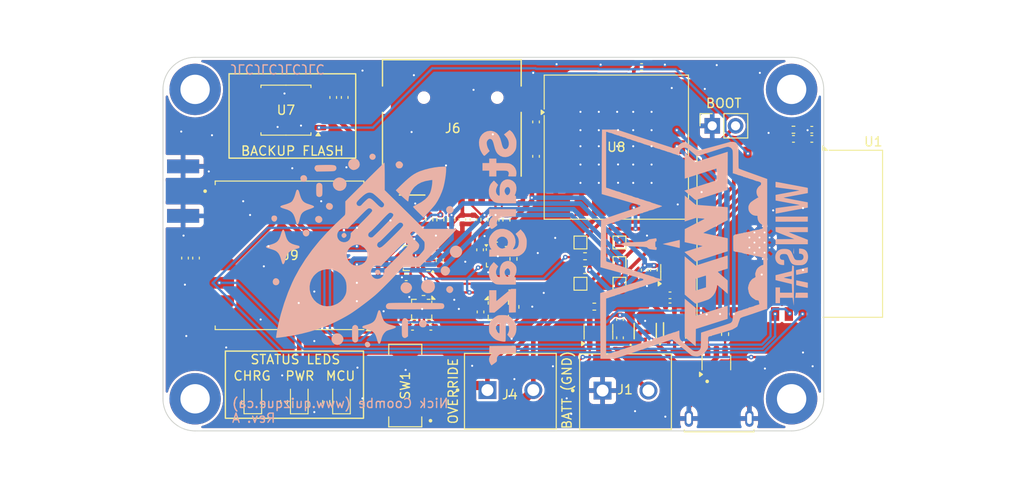
<source format=kicad_pcb>
(kicad_pcb (version 20240108) (generator "pcbnew") (generator_version "8.0")
  (layers (0 "F.Cu" signal) (31 "B.Cu" signal) (34 "B.Paste" user) (35 "F.Paste" user) (36 "B.SilkS" user "B.Silkscreen") (37 "F.SilkS" user "F.Silkscreen") (38 "B.Mask" user) (39 "F.Mask" user) (44 "Edge.Cuts" user))
  (net 0 "")
  (net 1 "GND")
  (net 2 "+3V3")
  (net 3 "VBUS")
  (net 4 "+BATT")
  (net 5 "CHIP_EN")
  (net 6 "VDC")
  (net 7 "Net-(U12-C1)")
  (net 8 "Net-(D1-K)")
  (net 9 "BATT_STAT")
  (net 10 "Net-(D2-K)")
  (net 11 "Net-(D4-K)")
  (net 12 "LED_STATUS")
  (net 14 "/Power Mangement And MCU/USB_N")
  (net 15 "/Power Mangement And MCU/USB_P")
  (net 16 "SCL")
  (net 17 "VMUX")
  (net 18 "Net-(J5-In)")
  (net 19 "Net-(J6-DAT1)")
  (net 20 "MOSI")
  (net 21 "CS_SD")
  (net 22 "MISO")
  (net 23 "SCK")
  (net 24 "Net-(J6-DAT2)")
  (net 25 "Net-(U2-PROG)")
  (net 26 "Net-(R3-Pad2)")
  (net 27 "JTAG_USB_P")
  (net 28 "Net-(R4-Pad2)")
  (net 29 "JTAG_USB_N")
  (net 30 "SDA")
  (net 33 "CS_FLASH")
  (net 34 "CS_LORA")
  (net 35 "RXD_GPS")
  (net 36 "TXD_GPS")
  (net 37 "LORA_RST")
  (net 38 "INT_LORA")
  (net 60 "Net-(U10-SA0)")
  (net 61 "Net-(U11-SDO{slash}ADDR)")
  (net 62 "Net-(U12-SDO{slash}SA1)")
  (net 63 "Net-(U13-SDO{slash}SA0)")
  (footprint "RF_Module:ESP32-C3-WROOM-02" (layer "F.Cu") (at 174.21 93.55 -90)
    (property "Reference" "U1")
    (property "Value" "ESP32-C3-WROOM-02")
  )
  (footprint "Resistor_SMD:R_0402_1005Metric" (layer "F.Cu") (at 155 96)
    (property "Reference" "R6" (hide yes))
    (property "Value" "3k3")
  )
  (footprint "1935161:PHOENIX_1935161" (layer "F.Cu") (at 141.8625 114.85)
    (property "Reference" "J4")
    (property "Value" "1935161")
  )
  (footprint "RF_Module:HOPERF_RFM9XW_SMD" (layer "F.Cu") (at 122.8 95.9 180)
    (property "Reference" "U9")
    (property "Value" "RFM95W-868S2")
  )
  (footprint "Capacitor_SMD:C_0402_1005Metric" (layer "F.Cu") (at 112.61 96.2 90)
    (property "Reference" "C16" (hide yes))
    (property "Value" "100n")
  )
  (footprint "Capacitor_SMD:C_0402_1005Metric" (layer "F.Cu") (at 145.35 94.1)
    (property "Reference" "C18" (hide yes))
    (property "Value" "100n")
  )
  (footprint "Resistor_SMD:R_0402_1005Metric" (layer "F.Cu") (at 139.1625 96.45 -90)
    (property "Reference" "R19" (hide yes))
    (property "Value" "0")
  )
  (footprint "MountingHole:MountingHole_3.2mm_M3_DIN965_Pad" (layer "F.Cu") (at 112.51 111.55)
    (property "Reference" "H2" (hide yes))
    (property "Value" "MountingHole")
  )
  (footprint "Resistor_SMD:R_0402_1005Metric" (layer "F.Cu") (at 170.26 104.4955 -90)
    (property "Reference" "R3" (hide yes))
    (property "Value" "0")
  )
  (footprint "Capacitor_SMD:C_0402_1005Metric" (layer "F.Cu") (at 136.2 103.7)
    (property "Reference" "C22" (hide yes))
    (property "Value" "100n")
  )
  (footprint "Resistor_SMD:R_0402_1005Metric" (layer "F.Cu") (at 147.2 96.2875 90)
    (property "Reference" "R18" (hide yes))
    (property "Value" "0")
  )
  (footprint "Capacitor_SMD:C_0402_1005Metric" (layer "F.Cu") (at 161.5 97.5 -90)
    (property "Reference" "C9" (hide yes))
    (property "Value" "10u")
  )
  (footprint "Resistor_SMD:R_0402_1005Metric" (layer "F.Cu") (at 138.0347 92 -90)
    (property "Reference" "R16" (hide yes))
    (property "Value" "4k7")
  )
  (footprint "Package_TO_SOT_SMD:SOT-23-6" (layer "F.Cu") (at 169.31 107.5875 90)
    (property "Reference" "U3" (hide yes))
    (property "Value" "USBLC6-2SC6")
  )
  (footprint "TestPoint:TestPoint_Pad_1.0x1.0mm" (layer "F.Cu") (at 158.75 96.75 180)
    (property "Reference" "TP3" (hide yes))
    (property "Value" "SPI MISO")
  )
  (footprint "Resistor_SMD:R_0402_1005Metric" (layer "F.Cu") (at 144.0347 92.0168 -90)
    (property "Reference" "R13" (hide yes))
    (property "Value" "4k7")
  )
  (footprint "Capacitor_SMD:C_0402_1005Metric" (layer "F.Cu") (at 146.8025 100.05)
    (property "Reference" "C23" (hide yes))
    (property "Value" "1u")
  )
  (footprint "JS202011SCQN:SW_JS202011SCQN" (layer "F.Cu") (at 135.41 110.1 90)
    (property "Reference" "SW1")
    (property "Value" "JS202011SCQN")
  )
  (footprint "Resistor_SMD:R_0402_1005Metric" (layer "F.Cu") (at 117.2 111.9 90)
    (property "Reference" "R8" (hide yes))
    (property "Value" "470")
  )
  (footprint "LED_SMD:LED_0805_2012Metric" (layer "F.Cu") (at 128.46 111.5 90)
    (property "Reference" "D4" (hide yes))
    (property "Value" "SML-LX1206SRC-TR")
  )
  (footprint "Resistor_SMD:R_0402_1005Metric" (layer "F.Cu") (at 137.4 99.9)
    (property "Reference" "R9" (hide yes))
    (property "Value" "0")
  )
  (footprint "Package_LGA:LGA-12_2x2mm_P0.5mm" (layer "F.Cu") (at 137.2 101.8 -90)
    (property "Reference" "U11" (hide yes))
    (property "Value" "KX134")
  )
  (footprint "MountingHole:MountingHole_3.2mm_M3_DIN965_Pad" (layer "F.Cu") (at 177.51 111.55)
    (property "Reference" "H4" (hide yes))
    (property "Value" "MountingHole")
  )
  (footprint "Resistor_SMD:R_0402_1005Metric" (layer "F.Cu") (at 126.8 111.89 90)
    (property "Reference" "R10" (hide yes))
    (property "Value" "470")
  )
  (footprint "Capacitor_SMD:C_0402_1005Metric" (layer "F.Cu") (at 135.9125 94.1)
    (property "Reference" "C26" (hide yes))
    (property "Value" "100n")
  )
  (footprint "Package_TO_SOT_SMD:SOT-23-5" (layer "F.Cu") (at 156.46 104.2375 90)
    (property "Reference" "U2" (hide yes))
    (property "Value" "MCP73831-2-OT")
  )
  (footprint "Resistor_SMD:R_0402_1005Metric" (layer "F.Cu") (at 139.2347 92 -90)
    (property "Reference" "R15" (hide yes))
    (property "Value" "4k7")
  )
  (footprint "1935161:PHOENIX_1935161" (layer "F.Cu") (at 154.41 114.9)
    (property "Reference" "J1")
    (property "Value" "1935161")
  )
  (footprint "Capacitor_SMD:C_0402_1005Metric" (layer "F.Cu") (at 111.41 96.2 90)
    (property "Reference" "C15" (hide yes))
    (property "Value" "10u")
  )
  (footprint "TestPoint:TestPoint_Pad_1.0x1.0mm" (layer "F.Cu") (at 154.5 94.5 180)
    (property "Reference" "TP5" (hide yes))
    (property "Value" "I2C SCL")
  )
  (footprint "Package_SO:SOIC-8_5.23x5.23mm_P1.27mm" (layer "F.Cu") (at 122.41 80.065 180)
    (property "Reference" "U7")
    (property "Value" "W25Q128JVSIQ")
  )
  (footprint "Resistor_SMD:R_0402_1005Metric" (layer "F.Cu") (at 122.2 111.89 90)
    (property "Reference" "R7" (hide yes))
    (property "Value" "470")
  )
  (footprint "Capacitor_SMD:C_0402_1005Metric" (layer "F.Cu") (at 158.81 102.9 -90)
    (property "Reference" "C3" (hide yes))
    (property "Value" "10u")
  )
  (footprint "Capacitor_SMD:C_0402_1005Metric" (layer "F.Cu") (at 135.5125 98.3 180)
    (property "Reference" "C24" (hide yes))
    (property "Value" "100n")
  )
  (footprint "Capacitor_SMD:C_0402_1005Metric" (layer "F.Cu") (at 128.81 78.68 90)
    (property "Reference" "C14" (hide yes))
    (property "Value" "100n")
  )
  (footprint "Package_LGA:LGA-14_3x2.5mm_P0.5mm_LayoutBorder3x4y" (layer "F.Cu") (at 136.8 96.2 180)
    (property "Reference" "U13" (hide yes))
    (property "Value" "LSM6DSO")
  )
  (footprint "Capacitor_SMD:C_0402_1005Metric" (layer "F.Cu") (at 177.71 83.2 180)
    (property "Reference" "C5" (hide yes))
    (property "Value" "1u")
  )
  (footprint "Capacitor_SMD:C_0402_1005Metric" (layer "F.Cu") (at 158.81 104.9 90)
    (property "Reference" "C4" (hide yes))
    (property "Value" "10u")
  )
  (footprint "Capacitor_SMD:C_0402_1005Metric" (layer "F.Cu") (at 149.66 85.1 -90)
    (property "Reference" "C11" (hide yes))
    (property "Value" "1u")
  )
  (footprint "Capacitor_SMD:C_0402_1005Metric" (layer "F.Cu") (at 162.5 97.5 -90)
    (property "Reference" "C8" (hide yes))
    (property "Value" "10u")
  )
  (footprint "Capacitor_SMD:C_0402_1005Metric" (layer "F.Cu") (at 138.2 103.7 180)
    (property "Reference" "C20" (hide yes))
    (property "Value" "100n")
  )
  (footprint "Capacitor_SMD:C_0402_1005Metric" (layer "F.Cu") (at 143.5625 95.3 90)
    (property "Reference" "C21" (hide yes))
    (property "Value" "100n")
  )
  (footprint "MSD-1-A:CONN9_MSD-1_CUD" (layer "F.Cu") (at 140.4847 81.9451 180)
    (property "Reference" "J6")
    (property "Value" "MSD-1-A")
  )
  (footprint "LM66100DCKR:DCK6_TEX" (layer "F.Cu") (at 161.56 104.1633 90)
    (property "Reference" "U5" (hide yes))
    (property "Value" "LM66100DCKR")
  )
  (footprint "Resistor_SMD:R_0402_1005Metric" (layer "F.Cu") (at 156.01 101.5)
    (property "Reference" "R1" (hide yes))
    (property "Value" "2k8")
  )
  (footprint "LM66100DCKR:DCK6_TEX" (layer "F.Cu") (at 164.76 104.09 90)
    (property "Reference" "U4" (hide yes))
    (property "Value" "LM66100DCKR")
  )
  (footprint "Capacitor_SMD:C_0402_1005Metric" (layer "F.Cu") (at 141.6347 92 -90)
    (property "Reference" "C17" (hide yes))
    (property "Value" "10u")
  )
  (footprint "TestPoint:TestPoint_Pad_1.0x1.0mm" (layer "F.Cu") (at 158.75 94.5 180)
    (property "Reference" "TP2" (hide yes))
    (property "Value" "SPI MOSI")
  )
  (footprint "MountingHole:MountingHole_3.2mm_M3_DIN965_Pad" (layer "F.Cu") (at 177.51 77.8)
    (property "Reference" "H3" (hide yes))
    (property "Value" "MountingHole")
  )
  (footprint "Connector_PinSocket_2.54mm:PinSocket_1x02_P2.54mm_Vertical" (layer "F.Cu") (at 168.86 81.775 90)
    (property "Reference" "J3" (hide yes))
    (property "Value" "Conn_01x02_Pin")
  )
  (footprint "Capacitor_SMD:C_0402_1005Metric" (layer "F.Cu") (at 179.71 82.2 180)
    (property "Reference" "C1" (hide yes))
    (property "Value" "10u")
  )
  (footprint "CON-SMA-EDGE-S:RFSOLUTIONS_CON-SMA-EDGE-S" (layer "F.Cu") (at 111.2 88.9)
    (property "Reference" "J5" (hide yes))
    (property "Value" "CON-SMA-EDGE-S ")
  )
  (footprint "Capacitor_SMD:C_0402_1005Metric" (layer "F.Cu") (at 145.2125 103.725 180)
    (property "Reference" "C25" (hide yes))
    (property "Value" "100n")
  )
  (footprint "Package_TO_SOT_SMD:SOT-23-5" (layer "F.Cu") (at 164.81 97.7 90)
    (property "Reference" "U6" (hide yes))
    (property "Value" "AP2112K-3.3")
  )
  (footprint "RF_GPS:ublox_SAM-M8Q" (layer "F.Cu") (at 158.41 84.1)
    (property "Reference" "U8")
    (property "Value" "SAM-M10Q")
  )
  (footprint "TestPoint:TestPoint_Pad_1.0x1.0mm" (layer "F.Cu") (at 154.5 99 180)
    (property "Reference" "TP4" (hide yes))
    (property "Value" "I2C SDA")
  )
  (footprint "LED_SMD:LED_0805_2012Metric" (layer "F.Cu") (at 118.8 111.49 90)
    (property "Reference" "D2" (hide yes))
    (property "Value" "SML-LX1206SRC-TR" (hide yes))
  )
  (footprint "Capacitor_SMD:C_0402_1005Metric" (layer "F.Cu") (at 179.71 83.2 180)
    (property "Reference" "C2" (hide yes))
    (property "Value" "100n")
  )
  (footprint "Resistor_SMD:R_0402_1005Metric" (layer "F.Cu") (at 140.4347 92 -90)
    (property "Reference" "R14" (hide yes))
    (property "Value" "4k7")
  )
  (footprint "TestPoint:TestPoint_Pad_1.0x1.0mm" (layer "F.Cu") (at 158.75 99 180)
    (property "Reference" "TP1" (hide yes))
    (property "Value" "SPI CLK")
  )
  (footprint "Resistor_SMD:R_0402_1005Metric" (layer "F.Cu") (at 146.4347 92.0168 -90)
    (property "Reference" "R11" (hide yes))
    (property "Value" "4k7")
  )
  (footprint "Resistor_SMD:R_0402_1005Metric" (layer "F.Cu") (at 145.2347 92.0168 -90)
    (property "Reference" "R12" (hide yes))
    (property "Value" "4k7")
  )
  (footprint "Capacitor_SMD:C_0402_1005Metric" (layer "F.Cu") (at 164.26 100.2625)
    (property "Reference" "C6" (hide yes))
    (property "Value" "10u")
  )
  (footprint "Capacitor_SMD:C_0402_1005Metric" (layer "F.Cu") (at 164.26 101.4625)
    (property "Reference" "C7" (hide yes))
    (property "Value" "10u")
  )
  (footprint "Capacitor_SMD:C_0402_1005Metric" (layer "F.Cu") (at 127.56 78.68 90)
    (property "Reference" "C12" (hide yes))
    (property "Value" "10u")
  )
  (footprint "Capacitor_SMD:C_0402_1005Metric" (layer "F.Cu") (at 161.16 75.35)
    (property "Reference" "C13" (hide yes))
    (property "Value" "1u")
  )
  (footprint "Capacitor_SMD:C_0402_1005Metric" (layer "F.Cu") (at 143.6125 102.075 90)
    (property "Reference" "C27" (hide yes))
    (property "Value" "100n")
  )
  (footprint "Resistor_SMD:R_0402_1005Metric" (layer "F.Cu") (at 168.36 104.4955 -90)
    (property "Reference" "R4" (hide yes))
    (property "Value" "0")
  )
  (footprint "Resistor_SMD:R_0402_1005Metric" (layer "F.Cu") (at 177.71 82.2 180)
    (property "Reference" "R2" (hide yes))
    (property "Value" "10k")
  )
  (footprint "Package_LGA:LGA-12_2x2mm_P0.5mm" (layer "F.Cu") (at 145.55 101.8375)
    (property "Reference" "U12" (hide yes))
    (property "Value" "LIS3MDL")
  )
  (footprint "LED_SMD:LED_0805_2012Metric" (layer "F.Cu") (at 123.86 111.5 90)
    (property "Reference" "D1" (hide yes))
    (property "Value" "SML-LX1206SRC-TR")
  )
  (footprint "Resistor_SMD:R_0402_1005Metric" (layer "F.Cu") (at 147.4125 101.525 -90)
    (property "Reference" "R17" (hide yes))
    (property "Value" "0")
  )
  (footprint "Capacitor_SMD:C_0402_1005Metric" (layer "F.Cu") (at 142.8347 92 -90)
    (property "Reference" "C19" (hide yes))
    (property "Value" "100n")
  )
  (footprint "Package_LGA:ST_HLGA-10_2x2mm_P0.5mm_LayoutBorder3x2y" (layer "F.Cu") (at 145.3625 96.05)
    (property "Reference" "U10" (hide yes))
    (property "Value" "LPS22DF")
  )
  (footprint "Resistor_SMD:R_0402_1005Metric" (layer "F.Cu") (at 155 97.5)
    (property "Reference" "R5" (hide yes))
    (property "Value" "3k3")
  )
  (footprint "10118193-0001LF:AMPHENOL_10118193-0001LF" (layer "F.Cu") (at 169.61 113.7)
    (property "Reference" "J2" (hide yes))
    (property "Value" "10118193-0001LF")
  )
  (footprint "MountingHole:MountingHole_3.2mm_M3_DIN965_Pad" (layer "F.Cu") (at 112.51 77.8)
    (property "Reference" "H1" (hide yes))
    (property "Value" "MountingHole")
  )
  (footprint "Capacitor_SMD:C_0402_1005Metric" (layer "F.Cu") (at 149.66 81.35 90)
    (property "Reference" "C10" (hide yes))
    (property "Value" "1u")
  )
  (footprint "LOGO" (layer "B.Cu") (at 166.385947 94.675 -90)
    (property "Reference" "G***" (hide yes))
    (property "Value" "LOGO" (hide yes))
  )
  (footprint "LOGO" (layer "B.Cu") (at 177.5 94.675 -90)
    (property "Reference" "winsatlogo" (hide yes))
    (property "Value" "LOGO" (hide yes))
  )
  (footprint "LOGO" (layer "B.Cu") (at 134.25 94.675 -90)
    (property "Reference" "logo" (hide yes))
    (property "Value" "LOGO" (hide yes))
  )
  (gr_rect (start 115.81 106.3475) (end 130.86 113.6725) (stroke (width 0.15)) (fill none) (layer "F.SilkS"))
  (gr_rect (start 116.21 76.1) (end 130.01 85.3) (stroke (width 0.15)) (fill none) (layer "F.SilkS"))
  (gr_line (start 112.51 74.3) (end 177.51 74.3) (stroke (width 0.1)) (layer "Edge.Cuts"))
  (gr_arc (start 112.51 115.05) (mid 110.035125 114.024874) (end 109.01 111.55) (stroke (width 0.1)) (layer "Edge.Cuts"))
  (gr_arc (start 177.51 74.3) (mid 179.984874 75.325126) (end 181.01 77.8) (stroke (width 0.1)) (layer "Edge.Cuts"))
  (gr_arc (start 181.01 111.55) (mid 179.984874 114.024874) (end 177.51 115.05) (stroke (width 0.1)) (layer "Edge.Cuts"))
  (gr_line (start 181.01 77.8) (end 181.01 111.55) (stroke (width 0.1)) (layer "Edge.Cuts"))
  (gr_line (start 109.01 111.55) (end 109.01 77.8) (stroke (width 0.1)) (layer "Edge.Cuts"))
  (gr_line (start 177.51 115.05) (end 112.51 115.05) (stroke (width 0.1)) (layer "Edge.Cuts"))
  (gr_arc (start 109.01 77.8) (mid 110.035126 75.325126) (end 112.51 74.3) (stroke (width 0.1)) (layer "Edge.Cuts"))
  (gr_text "JLCJLCJLCJLC" (at 116.25 75 180) (layer "B.SilkS") (effects (font (size 1 1)) (justify left bottom mirror)))
  (gr_text "Nick Coombe (www.quizque.ca)\nRev. A" (at 116.44 114.24 0) (layer "B.SilkS") (effects (font (size 1 1)) (justify right bottom mirror)))
  (gr_text "STATUS LEDS" (at 118.46 107.8475 0) (layer "F.SilkS") (effects (font (size 1 1)) (justify left bottom)))
  (gr_text "BOOT" (at 170.11 79.9 0) (layer "F.SilkS") (effects (font (size 1 1)) (justify bottom)))
  (gr_text "PWR" (at 122.26 109.6475 0) (layer "F.SilkS") (effects (font (size 1 1)) (justify left bottom)))
  (gr_text "CHRG" (at 116.6 109.6375 0) (layer "F.SilkS") (effects (font (size 1 1)) (justify left bottom)))
  (gr_text "MCU\n" (at 126.66 109.6475 0) (layer "F.SilkS") (effects (font (size 1 1)) (justify left bottom)))
  (gr_text "OVERRIDE" (at 141.21 110.7 90) (layer "F.SilkS") (effects (font (size 1 1)) (justify bottom)))
  (gr_text "BATT (GND)" (at 153.6125 110.6 90) (layer "F.SilkS") (effects (font (size 1 1)) (justify bottom)))
  (gr_text "BACKUP FLASH" (at 123.11 85.1 0) (layer "F.SilkS") (effects (font (size 1 1)) (justify bottom)))
  (segment (start 137.150001 95.95) (end 136.8 95.599999) (width 0.25) (layer "F.Cu") (net 1))
  (segment (start 135.85 100.45) (end 135.85 100.9) (width 0.25) (layer "F.Cu") (net 1))
  (segment (start 137.9625 95.95) (end 137.9625 96.45) (width 0.25) (layer "F.Cu") (net 1))
  (segment (start 137.72 103.7) (end 137.45 103.43) (width 0.25) (layer "F.Cu") (net 1))
  (segment (start 136.4375 101.0375) (end 135.85 100.45) (width 0.25) (layer "F.Cu") (net 1))
  (segment (start 145.8625 95.2875) (end 145.8625 94.1325) (width 0.25) (layer "F.Cu") (net 1))
  (segment (start 137.9625 96.45) (end 141.8 96.45) (width 0.2) (layer "F.Cu") (net 1))
  (segment (start 164.81 100.1925) (end 164.74 100.2625) (width 0.25) (layer "F.Cu") (net 1))
  (segment (start 145.8625 94.1325) (end 145.83 94.1) (width 0.25) (layer "F.Cu") (net 1))
  (segment (start 144.8625 97.3375) (end 144.45 97.75) (width 0.25) (layer "F.Cu") (net 1))
  (segment (start 136.68 103.7) (end 136.95 103.43) (width 0.25) (layer "F.Cu") (net 1))
  (segment (start 145.175 101.5875) (end 144.7875 101.5875) (width 0.2) (layer "F.Cu") (net 1))
  (segment (start 144.8625 96.8125) (end 144.8625 97.3375) (width 0.25) (layer "F.Cu") (net 1))
  (segment (start 169.872501 107.5) (end 172 107.5) (width 0.5) (layer "F.Cu") (net 1))
  (segment (start 136.45 101.0375) (end 136.4375 101.0375) (width 0.25) (layer "F.Cu") (net 1))
  (segment (start 169.31 108.725) (end 169.31 108.062501) (width 0.5) (layer "F.Cu") (net 1))
  (segment (start 145.3 101.4625) (end 145.175 101.5875) (width 0.2) (layer "F.Cu") (net 1))
  (segment (start 144.7875 101.5875) (end 144.7875 102.0875) (width 0.2) (layer "F.Cu") (net 1))
  (segment (start 164.81 98.8375) (end 164.81 100.1925) (width 0.25) (layer "F.Cu") (net 1))
  (segment (start 137.4625 96.45) (end 137.9625 96.45) (width 0.25) (layer "F.Cu") (net 1))
  (segment (start 145.3625 95.2875) (end 145.8625 95.2875) (width 0.25) (layer "F.Cu") (net 1))
  (segment (start 164.74 100.2625) (end 164.74 101.4625) (width 0.25) (layer "F.Cu") (net 1))
  (segment (start 136.8 95.599999) (end 136.8 95.2875) (width 0.25) (layer "F.Cu") (net 1))
  (segment (start 145.3 101.075) (end 145.3 101.4625) (width 0.2) (layer "F.Cu") (net 1))
  (segment (start 141.8 96.45) (end 141.95 96.6) (width 0.2) (layer "F.Cu") (net 1))
  (segment (start 135.85 100.9) (end 135.75 101) (width 0.25) (layer "F.Cu") (net 1))
  (segment (start 136.95 102.5625) (end 137.45 102.5625) (width 0.25) (layer "F.Cu") (net 1))
  (segment (start 135.75 101) (end 135.75 102.25) (width 0.25) (layer "F.Cu") (net 1))
  (segment (start 137.9625 95.95) (end 137.150001 95.95) (width 0.25) (layer "F.Cu") (net 1))
  (segment (start 137.45 103.43) (end 137.45 102.5625) (width 0.25) (layer "F.Cu") (net 1))
  (segment (start 136.95 103.43) (end 136.95 102.5625) (width 0.25) (layer "F.Cu") (net 1))
  (segment (start 169.31 108.062501) (end 169.872501 107.5) (width 0.5) (layer "F.Cu") (net 1))
  (segment (start 136.3 95.2875) (end 137.4625 96.45) (width 0.25) (layer "F.Cu") (net 1))
  (via (at 149.25 101.5) (size 0.5) (drill 0.225) (layers "F.Cu" "B.Cu") (net 1))
  (via (at 161.55 103.05) (size 0.5) (drill 0.225) (layers "F.Cu" "B.Cu") (net 1))
  (via (at 156.5 80.25) (size 0.5) (drill 0.225) (layers "F.Cu" "B.Cu") (net 1))
  (via (at 156.5 84) (size 0.5) (drill 0.225) (layers "F.Cu" "B.Cu") (net 1))
  (via (at 175 82.55) (size 0.5) (drill 0.225) (layers "F.Cu" "B.Cu") (net 1))
  (via (at 164.45 77.65) (size 0.5) (drill 0.225) (layers "F.Cu" "B.Cu") (net 1))
  (via (at 120 97.1) (size 0.5) (drill 0.225) (layers "F.Cu" "B.Cu") (net 1))
  (via (at 122.25 78.25) (size 0.5) (drill 0.225) (layers "F.Cu" "B.Cu") (net 1))
  (via (at 142.7 107.95) (size 0.5) (drill 0.225) (layers "F.Cu" "B.Cu") (net 1))
  (via (at 154.5 84) (size 0.5) (drill 0.225) (layers "F.Cu" "B.Cu") (net 1))
  (via (at 179.8 108) (size 0.5) (drill 0.225) (layers "F.Cu" "B.Cu") (net 1))
  (via (at 174.25 98) (size 0.5) (drill 0.225) (layers "F.Cu" "B.Cu") (net 1))
  (via (at 133.05 102) (size 0.5) (drill 0.225) (layers "F.Cu" "B.Cu") (net 1))
  (via (at 163.75 113.5) (size 0.5) (drill 0.225) (layers "F.Cu" "B.Cu") (net 1))
  (via (at 158.599033 85.988164) (size 0.5) (drill 0.225) (layers "F.Cu" "B.Cu") (net 1))
  (via (at 156.5 82.25) (size 0.5) (drill 0.225) (layers "F.Cu" "B.Cu") (net 1))
  (via (at 115.9 105.95) (size 0.5) (drill 0.225) (layers "F.Cu" "B.Cu") (net 1))
  (via (at 130.2 108.15) (size 0.5) (drill 0.225) (layers "F.Cu" "B.Cu") (net 1))
  (via (at 154.5 86) (size 0.5) (drill 0.225) (layers "F.Cu" "B.Cu") (net 1))
  (via (at 158.599033 82.238164) (size 0.5) (drill 0.225) (layers "F.Cu" "B.Cu") (net 1))
  (via (at 154.5 82.25) (size 0.5) (drill 0.225) (layers "F.Cu" "B.Cu") (net 1))
  (via (at 144.45 97.75) (size 0.5) (drill 0.225) (layers "F.Cu" "B.Cu") (net 1))
  (via (at 133.8 92.1) (size 0.5) (drill 0.225) (layers "F.Cu" "B.Cu") (net 1))
  (via (at 142.85 77.85) (size 0.5) (drill 0.225) (layers "F.Cu" "B.Cu") (net 1))
  (via (at 160.25 88) (size 0.5) (drill 0.225) (layers "F.Cu" "B.Cu") (net 1))
  (via (at 135.45 108.4) (size 0.5) (drill 0.225) (layers "F.Cu" "B.Cu") (net 1))
  (via (at 158.5 80.25) (size 0.5) (drill 0.225) (layers "F.Cu" "B.Cu") (net 1))
  (via (at 117.75 90) (size 0.5) (drill 0.225) (layers "F.Cu" "B.Cu") (net 1))
  (via (at 175.5 91) (size 0.5) (drill 0.225) (layers "F.Cu" "B.Cu") (net 1))
  (via (at 153.5 113.2) (size 0.5) (drill 0.225) (layers "F.Cu" "B.Cu") (net 1))
  (via (at 125.5 99.85) (size 0.5) (drill 0.225) (layers "F.Cu" "B.Cu") (net 1))
  (via (at 154.5 88) (size 0.5) (drill 0.225) (layers "F.Cu" "B.Cu") (net 1))
  (via (at 122 109) (size 0.5) (drill 0.225) (layers "F.Cu" "B.Cu") (net 1))
  (via (at 151.75 94) (size 0.5) (drill 0.225) (layers "F.Cu" "B.Cu") (net 1))
  (via (at 162.25 88) (size 0.5) (drill 0.225) (layers "F.Cu" "B.Cu") (net 1))
  (via (at 178.75 90.75) (size 0.5) (drill 0.225) (layers "F.Cu" "B.Cu") (net 1))
  (via (at 111.55 104.7) (size 0.5) (drill 0.225) (layers "F.Cu" "B.Cu") (net 1))
  (via (at 129 86.3) (size 0.5) (drill 0.225) (layers "F.Cu" "B.Cu") (net 1))
  (via (at 125.5 113) (size 0.5) (drill 0.225) (layers "F.Cu" "B.Cu") (net 1))
  (via (at 149.85 95.65) (size 0.5) (drill 0.225) (layers "F.Cu" "B.Cu") (net 1))
  (via (at 158.599033 87.988164) (size 0.5) (drill 0.225) (layers "F.Cu" "B.Cu") (net 1))
  (via (at 160.25 86) (size 0.5) (drill 0.225) (layers "F.Cu" "B.Cu") (net 1))
  (via (at 160.25 82.25) (size 0.5) (drill 0.225) (layers "F.Cu" "B.Cu") (net 1))
  (via (at 150.5 100) (size 0.5) (drill 0.225) (layers "F.Cu" "B.Cu") (net 1))
  (via (at 158.5 84) (size 0.5) (drill 0.225) (layers "F.Cu" "B.Cu") (net 1))
  (via (at 151.9 75.05) (size 0.5) (drill 0.225) (layers "F.Cu" "B.Cu") (net 1))
  (via (at 161.75 99.25) (size 0.5) (drill 0.225) (layers "F.Cu" "B.Cu") (net 1))
  (via (at 123.8 101.1) (size 0.5) (drill 0.225) (layers "F.Cu" "B.Cu") (net 1))
  (via (at 123.1 86.4) (size 0.5) (drill 0.225) (layers "F.Cu" "B.Cu") (net 1))
  (via (at 179.25 82.25) (size 0.5) (drill 0.225) (layers "F.Cu" "B.Cu") (net 1))
  (via (at 174.05 76) (size 0.5) (drill 0.225) (layers "F.Cu" "B.Cu") (net 1))
  (via (at 153 111.5) (size 0.5) (drill 0.225) (layers "F.Cu" "B.Cu") (net 1))
  (via (at 154.5 80.25) (size 0.5) (drill 0.225) (layers "F.Cu" "B.Cu") (net 1))
  (via (at 147.3 109.4) (size 0.5) (drill 0.225) (layers "F.Cu" "B.Cu") (net 1))
  (via (at 160.45 112.9) (size 0.5) (drill 0.225) (layers "F.Cu" "B.Cu") (net 1))
  (via (at 111 82.4) (size 0.5) (drill 0.225) (layers "F.Cu" "B.Cu") (net 1))
  (via (at 156.7 75.1) (size 0.5) (drill 0.225) (layers "F.Cu" "B.Cu") (net 1))
  (via (at 174.6 108.25) (size 0.5) (drill 0.225) (layers "F.Cu" "B.Cu") (net 1))
  (via (at 162.25 80.25) (size 0.5) (drill 0.225) (layers "F.Cu" "B.Cu") (net 1))
  (via (at 125.5 105.25) (size 0.5) (drill 0.225) (layers "F.Cu" "B.Cu") (net 1))
  (via (at 141.95 96.6) (size 0.5) (drill 0.225) (layers "F.Cu" "B.Cu") (net 1))
  (via (at 135.85 100.45) (size 0.5) (drill 0.225) (layers "F.Cu" "B.Cu") (net 1))
  (via (at 167.7 89) (size 0.5) (drill 0.225) (layers "F.Cu" "B.Cu") (net 1))
  (via (at 162.25 84) (size 0.5) (drill 0.225) (layers "F.Cu" "B.Cu") (net 1))
  (via (at 121.5 81.9) (size 0.5) (drill 0.225) (layers "F.Cu" "B.Cu") (net 1))
  (via (at 119.65 102.9) (size 0.5) (drill 0.225) (layers "F.Cu" "B.Cu") (net 1))
  (via (at 147 105) (size 0.5) (drill 0.225) (layers "F.Cu" "B.Cu") (net 1))
  (via (at 165.1 90.35) (size 0.5) (drill 0.225) (layers "F.Cu" "B.Cu") (net 1))
  (via (at 144.95 82.7) (size 0.5) (drill 0.225) (layers "F.Cu" "B.Cu") (net 1))
  (via (at 149.35 76) (size 0.5) (drill 0.225) (layers "F.Cu" "B.Cu") (net 1))
  (via (at 160.25 80.25) (size 0.5) (drill 0.225) (layers "F.Cu" "B.Cu") (net 1))
  (via (at 138.75 93.75) (size 0.5) (drill 0.225) (layers "F.Cu" "B.Cu") (net 1))
  (via (at 141.25 101.75) (size 0.5) (drill 0.225) (layers "F.Cu" "B.Cu") (net 1))
  (via (at 146.75 111.25) (size 0.5) (drill 0.225) (layers "F.Cu" "B.Cu") (net 1))
  (via (at 114.35 82.8) (size 0.5) (drill 0.225) (layers "F.Cu" "B.Cu") (net 1))
  (via (at 140.75 100.75) (size 0.5) (drill 0.225) (layers "F.Cu" "B.Cu") (net 1))
  (via (at 126.25 90) (size 0.5) (drill 0.225) (layers "F.Cu" "B.Cu") (net 1))
  (via (at 178.75 97.5) (size 0.5) (drill 0.225) (layers "F.Cu" "B.Cu") (net 1))
  (via (at 178.75 106.5) (size 0.5) (drill 0.225) (layers "F.Cu" "B.Cu") (net 1))
  (via (at 151.5 108) (size 0.5) (drill 0.225) (layers "F.Cu" "B.Cu") (net 1))
  (via (at 136.5 90.25) (size 0.5) (drill 0.225) (layers "F.Cu" "B.Cu") (net 1))
  (via (at 120.5 94.9) (size 0.5) (drill 0.225) (layers "F.Cu" "B.Cu") (net 1))
  (via (at 168.05 77.75) (size 0.5) (drill 0.225) (layers "F.Cu" "B.Cu") (net 1))
  (via (at 145.5 96) (size 0.5) (drill 0.225) (layers "F.Cu" "B.Cu") (net 1))
  (via (at 136.1 82.45) (size 0.5) (drill 0.225) (layers "F.Cu" "B.Cu") (net 1))
  (via (at 118.5 91.5) (size 0.5) (drill 0.225) (layers "F.Cu" "B.Cu") (net 1))
  (via (at 136.4 94.1) (size 0.5) (drill 0.225) (layers "F.Cu" "B.Cu") (net 1))
  (via (at 130.75 111.5) (size 0.5) (drill 0.225) (layers "F.Cu" "B.Cu") (net 1))
  (via (at 111.25 93.75) (size 0.5) (drill 0.225) (layers "F.Cu" "B.Cu") (net 1))
  (via (at 111.4 99.1) (size 0.5) (drill 0.225) (layers "F.Cu" "B.Cu") (net 1))
  (via (at 124.05 81.75) (size 0.5) (drill 0.225) (layers "F.Cu" "B.Cu") (net 1))
  (via (at 161.75 93.75) (size 0.5) (drill 0.225) (layers "F.Cu" "B.Cu") (net 1))
  (via (at 136.35 76.25) (size 0.5) (drill 0.225) (layers "F.Cu" "B.Cu") (net 1))
  (via (at 162.25 86) (size 0.5) (drill 0.225) (layers "F.Cu" "B.Cu") (net 1))
  (via (at 135.05 98.3) (size 0.5) (drill 0.225) (layers "F.Cu" "B.Cu") (net 1))
  (via (at 144.05 93.8) (size 0.5) (drill 0.225) (layers "F.Cu" "B.Cu") (net 1))
  (via (at 156.5 88) (size 0.5) (drill 0.225) (layers "F.Cu" "B.Cu") (net 1))
  (via (at 160.25 84) (size 0.5) (drill 0.225) (layers "F.Cu" "B.Cu") (net 1))
  (via (at 162.25 82.25) (size 0.5) (drill 0.225) (layers "F.Cu" "B.Cu") (net 1))
  (via (at 163.7 75.1) (size 0.5) (drill 0.225) (layers "F.Cu" "B.Cu") (net 1))
  (via (at 114 86.75) (size 0.5) (drill 0.225) (layers "F.Cu" "B.Cu") (net 1))
  (via (at 137.25 101.75) (size 0.5) (drill 0.225) (layers "F.Cu" "B.Cu") (net 1))
  (via (at 130.75 75.75) (size 0.5) (drill 0.225) (layers "F.Cu" "B.Cu") (net 1))
  (via (at 139.85 86.1) (size 0.5) (drill 0.225) (layers "F.Cu" "B.Cu") (net 1))
  (via (at 156.5 86) (size 0.5) (drill 0.225) (layers "F.Cu" "B.Cu") (net 1))
  (via (at 169.35 75.15) (size 0.5) (drill 0.225) (layers "F.Cu" "B.Cu") (net 1))
  (segment (start 161.106 76.2) (end 171.2 76.2) (width 0.5) (layer "F.Cu") (net 2))
  (segment (start 116.31 86.696712) (end 116.31 78.79) (width 0.5) (layer "F.Cu") (net 2))
  (segment (start 133.3 96.2325) (end 135.4325 94.1) (width 0.5) (layer "F.Cu") (net 2))
  (segment (start 147.9845 102.5155) (end 146.775 103.725) (width 0.25) (layer "F.Cu") (net 2))
  (segment (start 144.8625 94.1075) (end 144.87 94.1) (width 0.25) (layer "F.Cu") (net 2))
  (segment (start 144.87 92.8915) (end 145.2347 92.5268) (width 0.25) (layer "F.Cu") (net 2))
  (segment (start 144.87 94.1) (end 144.87 92.8915) (width 0.25) (layer "F.Cu") (net 2))
  (segment (start 149.74503 81.83) (end 150.35 81.22503) (width 0.5) (layer "F.Cu") (net 2))
  (segment (start 145.315499 104.412) (end 145.6925 104.034999) (width 0.5) (layer "F.Cu") (net 2))
  (segment (start 150.35 81.22503) (end 150.35 79.356) (width 0.5) (layer "F.Cu") (net 2))
  (segment (start 147.34 101.0875) (end 147.4125 101.015) (width 0.25) (layer "F.Cu") (net 2))
  (segment (start 148.8 85.170001) (end 148.8 87) (width 0.5) (layer "F.Cu") (net 2))
  (segment (start 137.3 95.2875) (end 137.3 94.975001) (width 0.25) (layer "F.Cu") (net 2))
  (segment (start 136.89 99.1975) (end 136.72125 99.02875) (width 0.5) (layer "F.Cu") (net 2))
  (segment (start 147.2 93.2921) (end 146.4347 92.5268) (width 0.25) (layer "F.Cu") (net 2))
  (segment (start 147.9845 101.587) (end 147.9845 102.5155) (width 0.25) (layer "F.Cu") (net 2))
  (segment (start 137.3 95.2875) (end 137.3 93.2447) (width 0.25) (layer "F.Cu") (net 2))
  (segment (start 122.87 79.43) (end 126.01 79.43) (width 0.5) (layer "F.Cu") (net 2))
  (segment (start 137.95 102.97) (end 138.68 103.7) (width 0.25) (layer "F.Cu") (net 2))
  (segment (start 139.2347 92.51) (end 138.0347 92.51) (width 0.4) (layer "F.Cu") (net 2))
  (segment (start 117.617 77.483) (end 119.683 77.483) (width 0.5) (layer "F.Cu") (net 2))
  (segment (start 135.6375 95.45) (end 135.6375 94.305) (width 0.25) (layer "F.Cu") (net 2))
  (segment (start 143.0005 93.561) (end 144.0347 92.5268) (width 0.25) (layer "F.Cu") (net 2))
  (segment (start 116.31 78.79) (end 117.617 77.483) (width 0.5) (layer "F.Cu") (net 2))
  (segment (start 150.35 79.356) (end 153.483 76.223) (width 0.5) (layer "F.Cu") (net 2))
  (segment (start 135.72 103.7) (end 135.05 103.03) (width 0.5) (layer "F.Cu") (net 2))
  (segment (start 145.8 102.6) (end 145.8 103.6175) (width 0.25) (layer "F.Cu") (net 2))
  (segment (start 146.4347 92.5268) (end 144.0347 92.5268) (width 0.4) (layer "F.Cu") (net 2))
  (segment (start 128.81 79.16) (end 127.56 79.16) (width 0.5) (layer "F.Cu") (net 2))
  (segment (start 149.205502 87.405502) (end 149.205502 89.4) (width 0.5) (layer "F.Cu") (net 2))
  (segment (start 116.56 96.9) (end 115.085 96.9) (width 0.5) (layer "F.Cu") (net 2))
  (segment (start 141.6347 91.52) (end 141.6347 89.79679) (width 0.4) (layer "F.Cu") (net 2))
  (segment (start 135.4325 94.1) (end 135.4325 93.790001) (width 0.5) (layer "F.Cu") (net 2))
  (segment (start 139.392 104.412) (end 145.315499 104.412) (width 0.5) (layer "F.Cu") (net 2))
  (segment (start 180.21 83.22) (end 180.19 83.2) (width 0.4) (layer "F.Cu") (net 2))
  (segment (start 180.21 84.8) (end 180.21 83.22) (width 0.4) (layer "F.Cu") (net 2))
  (segment (start 135.9925 97.42) (end 136.3 97.1125) (width 0.25) (layer "F.Cu") (net 2))
  (segment (start 151.81 82.2) (end 151.81 84.1) (width 0.5) (layer "F.Cu") (net 2))
  (segment (start 121.6 80.7) (end 122.87 79.43) (width 0.5) (layer "F.Cu") (net 2))
  (segment (start 146.125 96.3) (end 146.6775 96.3) (width 0.25) (layer "F.Cu") (net 2))
  (segment (start 146.3125 100.06) (end 146.3225 100.05) (width 0.25) (layer "F.Cu") (net 2))
  (segment (start 136.986999 94.662) (end 136.75 94.662) (width 0.25) (layer "F.Cu") (net 2))
  (segment (start 160.31 77.5) (end 160.31 76.996) (width 0.5) (layer "F.Cu") (net 2))
  (segment (start 136.45 102.5625) (end 136.45 102.97) (width 0.25) (layer "F.Cu") (net 2))
  (segment (start 147.2 95.7775) (end 147.2 93.2921) (width 0.25) (layer "F.Cu") (net 2))
  (segment (start 138.154499 94.662) (end 136.75 94.662) (width 0.25) (layer "F.Cu") (net 2))
  (segment (start 135.05 103.03) (end 135.05 101.321) (width 0.5) (layer "F.Cu") (net 2))
  (segment (start 139.1625 95.670001) (end 138.154499 94.662) (width 0.25) (layer "F.Cu") (net 2))
  (segment (start 162.5 97) (end 162.5 97.02) (width 0.4) (layer "F.Cu") (net 2))
  (segment (start 149.205502 89.944498) (end 146.6232 92.5268) (width 0.5) (layer "F.Cu") (net 2))
  (segment (start 134.3755 100.6465) (end 133.3 99.571) (width 0.5) (layer "F.Cu") (net 2))
  (segment (start 136.89 100.9775) (end 136.95 101.0375) (width 0.25) (layer "F.Cu") (net 2))
  (segment (start 160.31 76.996) (end 161.106 76.2) (width 0.5) (layer "F.Cu") (net 2))
  (segment (start 136.72125 99.02875) (end 135.9925 98.3) (width 0.5) (layer "F.Cu") (net 2))
  (segment (start 135.99325 99.02875) (end 134.3755 100.6465) (width 0.5) (layer "F.Cu") (net 2))
  (segment (start 138.68 103.7) (end 139.392 104.412) (width 0.5) (layer "F.Cu") (net 2))
  (segment (start 179.852999 81.553) (end 180.19 81.890001) (width 0.4) (layer "F.Cu") (net 2))
  (segment (start 160.31 75.72) (end 160.68 75.35) (width 0.4) (layer "F.Cu") (net 2))
  (segment (start 137.3 94.975001) (end 136.986999 94.662) (width 0.25) (layer "F.Cu") (net 2))
  (segment (start 137.95 102.5625) (end 137.95 102.97) (width 0.25) (layer "F.Cu") (net 2))
  (segment (start 161.5 97.02) (end 161.5 97) (width 0.4) (layer "F.Cu") (net 2))
  (segment (start 149.66 84.62) (end 149.350001 84.62) (width 0.5) (layer "F.Cu") (net 2))
  (segment (start 141.6347 89.79679) (end 141.534709 89.696799) (width 0.4) (layer "F.Cu") (net 2))
  (segment (start 119.683 77.483) (end 120.25 78.05) (width 0.5) (layer "F.Cu") (net 2))
  (segment (start 145.8 102.6) (end 145.3 102.6) (width 0.25) (layer "F.Cu") (net 2))
  (segment (start 162.5 97.02) (end 163.4025 97.02) (width 0.4) (layer "F.Cu") (net 2))
  (segment (start 153.483 76.223) (end 159.537 76.223) (width 0.5) (layer "F.Cu") (net 2))
  (segment (start 135.9925 98.3) (end 135.9925 97.42) (width 0.25) (layer "F.Cu") (net 2))
  (segment (start 141.6347 91.52) (end 141.4247 91.52) (width 0.4) (layer "F.Cu") (net 2))
  (segment (start 149.350001 84.62) (end 148.8 85.170001) (width 0.5) (layer "F.Cu") (net 2))
  (segment (start 123.86 110.5625) (end 123.86 104.2) (width 0.5) (layer "F.Cu") (net 2))
  (segment (start 144.8625 95.2875) (end 144.8625 94.1075) (width 0.25) (layer "F.Cu") (net 2))
  (segment (start 180.19 82.2) (end 180.19 83.2) (width 0.4) (layer "F.Cu") (net 2))
  (segment (start 123.86 104.2) (end 116.56 96.9) (width 0.5) (layer "F.Cu") (net 2))
  (segment (start 141.4247 91.52) (end 140.4347 92.51) (width 0.4) (layer "F.Cu") (net 2))
  (segment (start 133.3 99.571) (end 133.3 96.2325) (width 0.5) (layer "F.Cu") (net 2))
  (segment (start 144.6 95.8) (end 143.5825 95.8) (width 0.25) (layer "F.Cu") (net 2))
  (segment (start 143.0005 95.218) (end 143.0005 93.561) (width 0.25) (layer "F.Cu") (net 2))
  (segment (start 121 92.46) (end 121 91.386712) (width 0.5) (layer "F.Cu") (net 2))
  (segment (start 150.18 84.1) (end 149.66 84.62) (width 0.4) (layer "F.Cu") (net 2))
  (segment (start 145.6925 104.034999) (end 145.6925 103.725) (width 0.5) (layer "F.Cu") (net 2))
  (segment (start 136.712501 92.51) (end 138.0347 92.51) (width 0.5) (layer "F.Cu") (net 2))
  (segment (start 151.81 82.2) (end 150.03 82.2) (width 0.4) (layer "F.Cu") (net 2))
  (segment (start 146.775 103.725) (end 145.6925 103.725) (width 0.25) (layer "F.Cu") (net 2))
  (segment (start 136.89 99.9) (end 136.89 100.9775) (width 0.25) (layer "F.Cu") (net 2))
  (segment (start 118.81 80.7) (end 121.6 80.7) (width 0.5) (layer "F.Cu") (net 2))
  (segment (start 135.407 104.387) (end 138.302999 104.387) (width 0.5) (layer "F.Cu") (net 2))
  (segment (start 135.22 104.2) (end 123.86 104.2) (width 0.5) (layer "F.Cu") (net 2))
  (segment (start 135.9945 94.662) (end 135.4325 94.1) (width 0.25) (layer "F.Cu") (net 2))
  (segment (start 143.0279 91.52) (end 142.8347 91.52) (width 0.4) (layer "F.Cu") (net 2))
  (segment (start 136.75 94.662) (end 135.9945 94.662) (width 0.25) (layer "F.Cu") (net 2))
  (segment (start 140.4347 92.51) (end 139.2347 92.51) (width 0.4) (layer "F.Cu") (net 2))
  (segment (start 163.4025 97.02) (end 163.86 96.5625) (width 0.4) (layer "F.Cu") (net 2))
  (segment (start 146.6775 96.3) (end 147.2 95.7775) (width 0.25) (layer "F.Cu") (net 2))
  (segment (start 139.1625 95.94) (end 139.1625 95.670001) (width 0.25) (layer "F.Cu") (net 2))
  (segment (start 177.2 82.2) (end 177.847 81.553) (width 0.4) (layer "F.Cu") (net 2))
  (segment (start 143.5625 95.78) (end 143.0005 95.218) (width 0.25) (layer "F.Cu") (net 2))
  (segment (start 116.56 96.9) (end 121 92.46) (width 0.5) (layer "F.Cu") (net 2))
  (segment (start 138.68 104.009999) (end 138.68 103.7) (width 0.5) (layer "F.Cu") (net 2))
  (segment (start 147.4125 101.015) (end 147.9845 101.587) (width 0.25) (layer "F.Cu") (net 2))
  (segment (start 155.51 97.5) (end 155.51 96) (width 0.4) (layer "F.Cu") (net 2))
  (segment (start 126.01 79.43) (end 127.29 79.43) (width 0.5) (layer "F.Cu") (net 2))
  (segment (start 118.81 81.97) (end 118.81 80.7) (width 0.5) (layer "F.Cu") (net 2))
  (segment (start 120.25 78.05) (end 120.25 80.7) (width 0.5) (layer "F.Cu") (net 2))
  (segment (start 146.3125 101.0875) (end 147.34 101.0875) (width 0.25) (layer "F.Cu") (net 2))
  (segment (start 137.3 93.2447) (end 138.0347 92.51) (width 0.25) (layer "F.Cu") (net 2))
  (segment (start 138.302999 104.387) (end 138.68 104.009999) (width 0.5) (layer "F.Cu") (net 2))
  (segment (start 136.45 102.97) (end 135.72 103.7) (width 0.25) (layer "F.Cu") (net 2))
  (segment (start 135.05 101.321) (end 134.3755 100.6465) (width 0.5) (layer "F.Cu") (net 2))
  (segment (start 146.6232 92.5268) (end 146.4347 92.5268) (width 0.5) (layer "F.Cu") (net 2))
  (segment (start 149.205502 89.4) (end 149.205502 89.944498) (width 0.5) (layer "F.Cu") (net 2))
  (segment (start 135.4325 93.790001) (end 136.712501 92.51) (width 0.5) (layer "F.Cu") (net 2))
  (segment (start 171.2 76.2) (end 177.2 82.2) (width 0.5) (layer "F.Cu") (net 2))
  (segment (start 136.72125 99.02875) (end 135.99325 99.02875) (width 0.5) (layer "F.Cu") (net 2))
  (segment (start 135.22 104.2) (end 135.407 104.387) (width 0.5) (layer "F.Cu") (net 2))
  (segment (start 144.0347 92.5268) (end 143.0279 91.52) (width 0.4) (layer "F.Cu") (net 2))
  (segment (start 121 91.386712) (end 116.31 86.696712) (width 0.5) (layer "F.Cu") (net 2))
  (segment (start 112.83 96.9) (end 112.61 96.68) (width 0.5) (layer "F.Cu") (net 2))
  (segment (start 127.29 79.43) (end 127.56 79.16) (width 0.5) (layer "F.Cu") (net 2))
  (segment (start 135.72 103.7) (end 135.22 104.2) (width 0.5) (layer "F.Cu") (net 2))
  (segment (start 180.19 81.890001) (end 180.19 82.2) (width 0.4) (layer "F.Cu") (net 2))
  (segment (start 148.8 87) (end 149.205502 87.405502) (width 0.5) (layer "F.Cu") (net 2))
  (segment (start 160.31 77.5) (end 160.31 75.72) (width 0.4) (layer "F.Cu") (net 2))
  (segment (start 136.89 99.9) (end 136.89 99.1975) (width 0.5) (layer "F.Cu") (net 2))
  (segment (start 115.085 96.9) (end 112.83 96.9) (width 0.5) (layer "F.Cu") (net 2))
  (segment (start 112.61 96.68) (end 111.41 96.68) (width 0.5) (layer "F.Cu") (net 2))
  (segment (start 142.8347 91.52) (end 141.6347 91.52) (width 0.4) (layer "F.Cu") (net 2))
  (segment (start 143.5825 95.8) (end 143.5625 95.78) (width 0.25) (layer "F.Cu") (net 2))
  (segment (start 149.205502 89.619) (end 149.205502 89.4) (width 0.5) (layer "F.Cu") (net 2))
  (segment (start 177.847 81.553) (end 179.852999 81.553) (width 0.4) (layer "F.Cu") (net 2))
  (segment (start 149.66 81.83) (end 149.74503 81.83) (width 0.5) (layer "F.Cu") (net 2))
  (segment (start 150.03 82.2) (end 149.66 81.83) (width 0.4) (layer "F.Cu") (net 2))
  (segment (start 146.3125 101.0875) (end 146.3125 100.06) (width 0.25) (layer "F.Cu") (net 2))
  (segment (start 159.537 76.223) (end 160.31 76.996) (width 0.5) (layer "F.Cu") (net 2))
  (segment (start 135.6375 94.305) (end 135.4325 94.1) (width 0.25) (layer "F.Cu") (net 2))
  (segment (start 145.8 103.6175) (end 145.6925 103.725) (width 0.25) (layer "F.Cu") (net 2))
  (segment (start 151.81 84.1) (end 150.18 84.1) (width 0.4) (layer "F.Cu") (net 2))
  (via (at 161.5 97) (size 0.5) (drill 0.225) (layers "F.Cu" "B.Cu") (net 2))
  (via (at 162.5 97) (size 0.5) (drill 0.225) (layers "F.Cu" "B.Cu") (net 2))
  (via (at 155.51 97.5) (size 0.5) (drill 0.225) (layers "F.Cu" "B.Cu") (net 2))
  (via (at 149.205502 89.619) (size 0.5) (drill 0.225) (layers "F.Cu" "B.Cu") (net 2))
  (segment (start 157.637 99.627) (end 155.51 97.5) (width 0.5) (layer "B.Cu") (net 2))
  (segment (start 161.5 96.363288) (end 161.5 97) (width 0.5) (layer "B.Cu") (net 2))
  (segment (start 159.009712 99.627) (end 157.637 99.627) (width 0.5) (layer "B.Cu") (net 2))
  (segment (start 154.755712 89.619) (end 161.5 96.363288) (width 0.5) (layer "B.Cu") (net 2))
  (segment (start 162.5 97) (end 161.5 97) (width 0.5) (layer "B.Cu") (net 2))
  (segment (start 161.5 97.136712) (end 159.009712 99.627) (width 0.5) (layer "B.Cu") (net 2))
  (segment (start 149.205502 89.619) (end 154.755712 89.619) (width 0.5) (layer "B.Cu") (net 2))
  (segment (start 161.5 97) (end 161.5 97.136712) (width 0.5) (layer "B.Cu") (net 2))
  (segment (start 164.110001 105.22665) (end 162.283299 105.22665) (width 0.5) (layer "F.Cu") (net 3))
  (segment (start 164.8925 107.6075) (end 162.58495 105.29995) (width 0.5) (layer "F.Cu") (net 3))
  (segment (start 168.31 111.025) (end 164.8925 107.6075) (width 0.5) (layer "F.Cu") (net 3))
  (segment (start 162.283299 105.22665) (end 162.209999 105.29995) (width 0.5) (layer "F.Cu") (net 3))
  (segment (start 169.31 107.112499) (end 168.814999 107.6075) (width 0.5) (layer "F.Cu") (net 3))
  (segment (start 169.31 106.45) (end 169.31 107.112499) (width 0.5) (layer "F.Cu") (net 3))
  (segment (start 168.814999 107.6075) (end 164.8925 107.6075) (width 0.5) (layer "F.Cu") (net 3))
  (segment (start 158.09 102.42) (end 158.81 102.42) (width 0.4) (layer "F.Cu") (net 3))
  (segment (start 162.58495 105.29995) (end 162.209999 105.29995) (width 0.5) (layer "F.Cu") (net 3))
  (segment (start 157.41 103.1) (end 158.09 102.42) (width 0.4) (layer "F.Cu") (net 3))
  (via (at 162.209999 105.148) (size 0.5) (drill 0.225) (layers "F.Cu" "B.Cu") (net 3))
  (via (at 158.81 102.42) (size 0.5) (drill 0.225) (layers "F.Cu" "B.Cu") (net 3))
  (segment (start 159.481999 102.42) (end 158.81 102.42) (width 0.4) (layer "B.Cu") (net 3))
  (segment (start 162.209999 105.148) (end 159.481999 102.42) (width 0.4) (layer "B.Cu") (net 3))
  (segment (start 160.910001 105.29995) (end 158.89005 105.29995) (width 0.5) (layer "F.Cu") (net 4))
  (segment (start 165.358799 104.25) (end 161.034501 104.25) (width 0.5) (layer "F.Cu") (net 4))
  (segment (start 160.910001 104.3745) (end 160.910001 105.29995) (width 0.5) (layer "F.Cu") (net 4))
  (segment (start 158.89005 105.29995) (end 158.81 105.38) (width 0.5) (layer "F.Cu") (net 4))
  (segment (start 157.415 105.38) (end 157.41 105.375) (width 0.5) (layer "F.Cu") (net 4))
  (segment (start 157.41 105.375) (end 157.41 106.15) (width 0.5) (layer "F.Cu") (net 4))
  (segment (start 158.81 105.38) (end 157.415 105.38) (width 0.5) (layer "F.Cu") (net 4))
  (segment (start 157.41 106.15) (end 161.91 110.65) (width 0.5) (layer "F.Cu") (net 4))
  (segment (start 165.409999 104.3012) (end 165.358799 104.25) (width 0.5) (layer "F.Cu") (net 4))
  (segment (start 161.034501 104.25) (end 160.910001 104.3745) (width 0.5) (layer "F.Cu") (net 4))
  (segment (start 165.409999 105.22665) (end 165.409999 104.3012) (width 0.5) (layer "F.Cu") (net 4))
  (segment (start 178.22 82.2) (end 178.22 83.17) (width 0.4) (layer "F.Cu") (net 5))
  (segment (start 178.19 83.2) (end 178.19 84.28) (width 0.4) (layer "F.Cu") (net 5))
  (segment (start 178.19 84.28) (end 178.71 84.8) (width 0.4) (layer "F.Cu") (net 5))
  (segment (start 178.22 83.17) (end 178.19 83.2) (width 0.4) (layer "F.Cu") (net 5))
  (segment (start 144.3625 110.6) (end 144.3625 109.125) (width 0.5) (layer "F.Cu") (net 6))
  (segment (start 132.66 110.1) (end 138.16 110.1) (width 1) (layer "F.Cu") (net 6))
  (segment (start 163.86 98.175001) (end 164.285001 97.75) (width 0.5) (layer "F.Cu") (net 6))
  (segment (start 165.75 97.75) (end 165.76 97.76) (width 0.5) (layer "F.Cu") (net 6))
  (segment (start 163.86 100.1825) (end 163.78 100.2625) (width 0.5) (layer "F.Cu") (net 6))
  (segment (start 138.16 110.1) (end 143.8625 110.1) (width 1) (layer "F.Cu") (net 6))
  (segment (start 153.3115 100.176) (end 163.6935 100.176) (width 0.5) (layer "F.Cu") (net 6))
  (segment (start 163.78 101.4625) (end 163.78 100.2625) (width 0.5) (layer "F.Cu") (net 6))
  (segment (start 164.285001 97.75) (end 165.75 97.75) (width 0.5) (layer "F.Cu") (net 6))
  (segment (start 165.76 97.76) (end 165.76 98.8375) (width 0.5) (layer "F.Cu") (net 6))
  (segment (start 143.8625 110.1) (end 144.3625 110.6) (width 1) (layer "F.Cu") (net 6))
  (segment (start 163.86 98.8375) (end 163.86 100.1825) (width 0.5) (layer "F.Cu") (net 6))
  (segment (start 163.6935 100.176) (end 163.78 100.2625) (width 0.5) (layer "F.Cu") (net 6))
  (segment (start 163.86 98.8375) (end 163.86 98.175001) (width 0.5) (layer "F.Cu") (net 6))
  (segment (start 144.3625 109.125) (end 153.3115 100.176) (width 0.5) (layer "F.Cu") (net 6))
  (segment (start 143.6125 102.555) (end 144.755 102.555) (width 0.25) (layer "F.Cu") (net 7))
  (segment (start 144.755 102.555) (end 144.7875 102.5875) (width 0.25) (layer "F.Cu") (net 7))
  (segment (start 123.8225 112.4) (end 123.86 112.4375) (width 0.5) (layer "F.Cu") (net 8))
  (segment (start 122.2 112.4) (end 123.8225 112.4) (width 0.5) (layer "F.Cu") (net 8))
  (segment (start 122.2475 114) (end 148.7 114) (width 0.25) (layer "F.Cu") (net 9))
  (segment (start 118.8 110.5525) (end 122.2475 114) (width 0.25) (layer "F.Cu") (net 9))
  (segment (start 148.7 114) (end 155.51 107.19) (width 0.25) (layer "F.Cu") (net 9))
  (segment (start 155.51 107.19) (end 155.51 105.375) (width 0.25) (layer "F.Cu") (net 9))
  (segment (start 117.2 112.41) (end 118.7825 112.41) (width 0.5) (layer "F.Cu") (net 10))
  (segment (start 118.7825 112.41) (end 118.8 112.4275) (width 0.5) (layer "F.Cu") (net 10))
  (segment (start 126.8 112.4) (end 128.4225 112.4) (width 0.5) (layer "F.Cu") (net 11))
  (segment (start 128.4225 112.4) (end 128.46 112.4375) (width 0.5) (layer "F.Cu") (net 11))
  (segment (start 128.46 110.5625) (end 128.46 110.754) (width 0.25) (layer "F.Cu") (net 12))
  (segment (start 180.21 102.6) (end 180.21 102.3) (width 0.25) (layer "F.Cu") (net 12))
  (segment (start 131.306 113.6) (end 148.15 113.6) (width 0.25) (layer "F.Cu") (net 12))
  (segment (start 173.1 107) (end 175.81 107) (width 0.25) (layer "F.Cu") (net 12))
  (segment (start 148.15 113.6) (end 154.75 107) (width 0.25) (layer "F.Cu") (net 12))
  (segment (start 175.81 107) (end 180.21 102.6) (width 0.25) (layer "F.Cu") (net 12))
  (segment (start 128.46 110.754) (end 131.306 113.6) (width 0.25) (layer "F.Cu") (net 12))
  (via (at 154.75 107) (size 0.5) (drill 0.225) (layers "F.Cu" "B.Cu") (net 12))
  (via (at 173.1 107) (size 0.5) (drill 0.225) (layers "F.Cu" "B.Cu") (net 12))
  (segment (start 154.75 107) (end 173.1 107) (width 0.25) (layer "B.Cu") (net 12))
  (segment (start 169.084999 109.766944) (end 169.084999 109.6145) (width 0.2) (layer "F.Cu") (net 14))
  (segment (start 168.96 111.025) (end 168.96 110.55) (width 0.2) (layer "F.Cu") (net 14))
  (segment (start 169.084999 109.6145) (end 168.999684 109.6145) (width 0.2) (layer "F.Cu") (net 14))
  (segment (start 168.999684 109.6145) (end 168.783 109.397816) (width 0.2) (layer "F.Cu") (net 14))
  (segment (start 168.96 110.55) (end 169.06 110.45) (width 0.2) (layer "F.Cu") (net 14))
  (segment (start 169.06 109.791943) (end 169.084999 109.766944) (width 0.2) (layer "F.Cu") (net 14))
  (segment (start 169.06 110.45) (end 169.06 109.791943) (width 0.2) (layer "F.Cu") (net 14))
  (segment (start 168.783 109.397816) (end 168.783 109.148) (width 0.2) (layer "F.Cu") (net 14))
  (segment (start 168.783 109.148) (end 168.36 108.725) (width 0.2) (layer "F.Cu") (net 14))
  (segment (start 169.620316 109.6145) (end 169.837 109.397816) (width 0.2) (layer "F.Cu") (net 15))
  (segment (start 169.837 109.148) (end 170.26 108.725) (width 0.2) (layer "F.Cu") (net 15))
  (segment (start 169.51 109.964149) (end 169.535001 109.939148) (width 0.2) (layer "F.Cu") (net 15))
  (segment (start 169.535001 109.939148) (end 169.535001 109.6145) (width 0.2) (layer "F.Cu") (net 15))
  (segment (start 169.61 111.025) (end 169.61 110.55) (width 0.2) (layer "F.Cu") (net 15))
  (segment (start 169.61 110.55) (end 169.51 110.45) (width 0.2) (layer "F.Cu") (net 15))
  (segment (start 169.535001 109.6145) (end 169.620316 109.6145) (width 0.2) (layer "F.Cu") (net 15))
  (segment (start 169.837 109.397816) (end 169.837 109.148) (width 0.2) (layer "F.Cu") (net 15))
  (segment (start 169.51 110.45) (end 169.51 109.964149) (width 0.2) (layer "F.Cu") (net 15))
  (segment (start 156.75 92.25) (end 154.5 94.5) (width 0.4) (layer "F.Cu") (net 16))
  (segment (start 169.66 88.84) (end 166.25 92.25) (width 0.4) (layer "F.Cu") (net 16))
  (segment (start 136.8 97.55) (end 137.7 98.45) (width 0.25) (layer "F.Cu") (net 16))
  (segment (start 154.39 96.1) (end 154.49 96) (width 0.25) (layer "F.Cu") (net 16))
  (segment (start 169.71 85.95) (end 169.66 86) (width 0.4) (layer "F.Cu") (net 16))
  (segment (start 138.7 101.55) (end 140.3 99.95) (width 0.25) (layer "F.Cu") (net 16))
  (segment (start 169.66 86) (end 169.66 88.84) (width 0.4) (layer "F.Cu") (net 16))
  (segment (start 143.65 99.95) (end 144.7875 101.0875) (width 0.25) (layer "F.Cu") (net 16))
  (segment (start 137.9625 101.55) (end 138.7 101.55) (width 0.25) (layer "F.Cu") (net 16))
  (segment (start 142.4 99.95) (end 143.65 99.95) (width 0.25) (layer "F.Cu") (net 16))
  (segment (start 154.49 94.51) (end 154.5 94.5) (width 0.25) (layer "F.Cu") (net 16))
  (segment (start 140.3 99.95) (end 142.4 99.95) (width 0.25) (layer "F.Cu") (net 16))
  (segment (start 154.49 96) (end 154.49 94.51) (width 0.25) (layer "F.Cu") (net 16))
  (segment (start 143.35 97.25) (end 143.65 97.25) (width 0.25) (layer "F.Cu") (net 16))
  (segment (start 171.4 81.775) (end 169.71 83.465) (width 0.4) (layer "F.Cu") (net 16))
  (segment (start 143.65 97.25) (end 144.6 96.3) (width 0.25) (layer "F.Cu") (net 16))
  (segment (start 152.85 96.1) (end 154.39 96.1) (width 0.25) (layer "F.Cu") (net 16))
  (segment (start 169.66 86) (end 165.01 86) (width 0.4) (layer "F.Cu") (net 16))
  (segment (start 169.71 84.8) (end 169.71 85.95) (width 0.4) (layer "F.Cu") (net 16))
  (segment (start 169.71 83.465) (end 169.71 84.8) (width 0.4) (layer "F.Cu") (net 16))
  (segment (start 166.25 92.25) (end 156.75 92.25) (width 0.4) (layer "F.Cu") (net 16))
  (segment (start 136.8 97.1125) (end 136.8 97.55) (width 0.25) (layer "F.Cu") (net 16))
  (via (at 137.7 98.45) (size 0.5) (drill 0.225) (layers "F.Cu" "B.Cu") (net 16))
  (via (at 143.35 97.25) (size 0.5) (drill 0.225) (layers "F.Cu" "B.Cu") (net 16))
  (via (at 142.4 99.95) (size 0.5) (drill 0.225) (layers "F.Cu" "B.Cu") (net 16))
  (via (at 152.85 96.1) (size 0.5) (drill 0.225) (layers "F.Cu" "B.Cu") (net 16))
  (segment (start 142.15 98.45) (end 142.15 99.7) (width 0.25) (layer "B.Cu") (net 16))
  (segment (start 142.15 98.45) (end 150.5 98.45) (width 0.25) (layer "B.Cu") (net 16))
  (segment (start 137.7 98.45) (end 142.15 98.45) (width 0.25) (layer "B.Cu") (net 16))
  (segment (start 142.15 98.45) (end 143.35 97.25) (width 0.25) (layer "B.Cu") (net 16))
  (segment (start 150.5 98.45) (end 152.85 96.1) (width 0.25) (layer "B.Cu") (net 16))
  (segment (start 142.15 99.7) (end 142.4 99.95) (width 0.25) (layer "B.Cu") (net 16))
  (segment (start 160.910001 102.339999) (end 161.0258 102.2242) (width 0.5) (layer "F.Cu") (net 17))
  (segment (start 149.3625 110.6) (end 149.3625 105.011712) (width 0.5) (layer "F.Cu") (net 17))
  (segment (start 161.959651 100.803) (end 163.380851 102.2242) (width 0.5) (layer "F.Cu") (net 17))
  (segment (start 160.910001 102.339999) (end 160.910001 103.02665) (width 0.5) (layer "F.Cu") (net 17))
  (segment (start 163.380851 102.2242) (end 164.110001 102.95335) (width 0.5) (layer "F.Cu") (net 17))
  (segment (start 138.16 112.6) (end 147.3625 112.6) (width 1) (layer "F.Cu") (net 17))
  (segment (start 149.3625 105.011712) (end 153.571212 100.803) (width 0.5) (layer "F.Cu") (net 17))
  (segment (start 147.3625 112.6) (end 149.3625 110.6) (width 1) (layer "F.Cu") (net 17))
  (segment (start 153.571212 100.803) (end 161.959651 100.803) (width 0.5) (layer "F.Cu") (net 17))
  (segment (start 161.0258 102.2242) (end 163.380851 102.2242) (width 0.5) (layer "F.Cu") (net 17))
  (segment (start 115.085 88.9) (end 110.9825 88.9) (width 0.5) (layer "F.Cu") (net 18))
  (segment (start 145.93471 91.00681) (end 146.4347 91.5068) (width 0.2) (layer "F.Cu") (net 19))
  (segment (start 145.93471 89.696799) (end 145.93471 91.00681) (width 0.2) (layer "F.Cu") (net 19))
  (segment (start 140.4347 89.696807) (end 140.434708 89.696799) (width 0.25) (layer "F.Cu") (net 20))
  (segment (start 174.21 86.29) (end 166.054 94.446) (width 0.4) (layer "F.Cu") (net 20))
  (segment (start 118.81 78.16) (end 118.010001 78.16) (width 0.5) (layer "F.Cu") (net 20))
  (segment (start 140.4347 91.49) (end 140.45 91.5) (width 0.25) (layer "F.Cu") (net 20))
  (segment (start 116.937 86.437) (end 129.4 98.9) (width 0.5) (layer "F.Cu") (net 20))
  (segment (start 116.937 79.233001) (end 116.937 86.437) (width 0.5) (layer "F.Cu") (net 20))
  (segment (start 118.010001 78.16) (end 116.937 79.233001) (width 0.5) (layer "F.Cu") (net 20))
  (segment (start 174.21 84.8) (end 174.21 86.29) (width 0.4) (layer "F.Cu") (net 20))
  (segment (start 158.804 94.446) (end 158.75 94.5) (width 0.4) (layer "F.Cu") (net 20))
  (segment (start 166.054 94.446) (end 158.804 94.446) (width 0.4) (layer "F.Cu") (net 20))
  (segment (start 129.4 98.9) (end 130.135 98.9) (width 0.5) (layer "F.Cu") (net 20))
  (segment (start 140.45 91.5) (end 140.4347 89.696807) (width 0.25) (layer "F.Cu") (net 20))
  (via (at 140.45 91.5) (size 0.5) (drill 0.225) (layers "F.Cu" "B.Cu") (net 20))
  (via (at 158.75 94.5) (size 0.5) (drill 0.225) (layers "F.Cu" "B.Cu") (net 20))
  (via (at 130.135 98.9) (size 0.5) (drill 0.225) (layers "F.Cu" "B.Cu") (net 20))
  (segment (start 129.5 96.6) (end 129.827 96.273) (width 0.5) (layer "B.Cu") (net 20))
  (segment (start 129.5 98.265) (end 129.5 96.6) (width 0.5) (layer "B.Cu") (net 20))
  (segment (start 129.827 96.273) (end 138.277 96.273) (width 0.5) (layer "B.Cu") (net 20))
  (segment (start 140.45 94.1) (end 140.45 91.5) (width 0.5) (layer "B.Cu") (net 20))
  (segment (start 154.496 90.246) (end 158.75 94.5) (width 0.5) (layer "B.Cu") (net 20))
  (segment (start 140.45 91.5) (end 141.704 90.246) (width 0.5) (layer "B.Cu") (net 20))
  (segment (start 138.277 96.273) (end 140.45 94.1) (width 0.5) (layer "B.Cu") (net 20))
  (segment (start 130.135 98.9) (end 129.5 98.265) (width 0.5) (layer "B.Cu") (net 20))
  (segment (start 141.704 90.246) (end 154.496 90.246) (width 0.5) (layer "B.Cu") (net 20))
  (segment (start 139.2347 91.49) (end 139.2347 89.796807) (width 0.25) (layer "F.Cu") (net 21))
  (segment (start 168.21 102.3) (end 168.21 102.31) (width 0.4) (layer "F.Cu") (net 21))
  (segment (start 139.2347 89.796807) (end 139.334708 89.696799) (width 0.25) (layer "F.Cu") (net 21))
  (segment (start 168.21 102.31) (end 168.25 102.35) (width 0.4) (layer "F.Cu") (net 21))
  (via (at 139.2347 91.49) (size 0.5) (drill 0.225) (layers "F.Cu" "B.Cu") (net 21))
  (via (at 168.25 102.35) (size 0.5) (drill 0.225) (layers "F.Cu" "B.Cu") (net 21))
  (segment (start 168.25 102.35) (end 167.818 101.918) (width 0.25) (layer "B.Cu") (net 21))
  (segment (start 158.602064 101.918) (end 157.320064 103.2) (width 0.25) (layer "B.Cu") (net 21))
  (segment (start 128.433158 105.2) (end 127.2 103.966842) (width 0.25) (layer "B.Cu") (net 21))
  (segment (start 157.320064 103.2) (end 132.559936 103.2) (width 0.25) (layer "B.Cu") (net 21))
  (segment (start 134.348 95.402) (end 138.26 91.49) (width 0.25) (layer "B.Cu") (net 21))
  (segment (start 127.2 96.983158) (end 128.781158 95.402) (width 0.25) (layer "B.Cu") (net 21))
  (segment (start 138.26 91.49) (end 139.2347 91.49) (width 0.25) (layer "B.Cu") (net 21))
  (segment (start 127.2 103.966842) (end 127.2 96.983158) (width 0.25) (layer "B.Cu") (net 21))
  (segment (start 167.818 101.918) (end 158.602064 101.918) (width 0.25) (layer "B.Cu") (net 21))
  (segment (start 132.559936 103.2) (end 130.559936 105.2) (width 0.25) (layer "B.Cu") (net 21))
  (segment (start 130.559936 105.2) (end 128.433158 105.2) (width 0.25) (layer "B.Cu") (net 21))
  (segment (start 128.781158 95.402) (end 134.348 95.402) (width 0.25) (layer "B.Cu") (net 21))
  (segment (start 145.25 91.5) (end 145.2347 90.096789) (width 0.25) (layer "F.Cu") (net 22))
  (segment (start 131.925 100.9) (end 130.135 100.9) (width 0.5) (layer "F.Cu") (net 22))
  (segment (start 132.457516 85.457516) (end 132.457516 100.367484) (width 0.5) (layer "F.Cu") (net 22))
  (segment (start 127.7 80.7) (end 132.457516 85.457516) (width 0.5) (layer "F.Cu") (net 22))
  (segment (start 160.527 94.973) (end 158.75 96.75) (width 0.4) (layer "F.Cu") (net 22))
  (segment (start 175.71 84.8) (end 175.71 85.79) (width 0.4) (layer "F.Cu") (net 22))
  (segment (start 126.01 80.7) (end 127.7 80.7) (width 0.5) (layer "F.Cu") (net 22))
  (segment (start 166.527 94.973) (end 160.527 94.973) (width 0.4) (layer "F.Cu") (net 22))
  (segment (start 175.71 85.79) (end 166.527 94.973) (width 0.4) (layer "F.Cu") (net 22))
  (segment (start 145.2347 91.5068) (end 145.25 91.5) (width 0.25) (layer "F.Cu") (net 22))
  (segment (start 145.2347 90.096789) (end 144.83471 89.696799) (width 0.25) (layer "F.Cu") (net 22))
  (segment (start 132.457516 100.367484) (end 131.925 100.9) (width 0.5) (layer "F.Cu") (net 22))
  (via (at 145.25 91.5) (size 0.5) (drill 0.225) (layers "F.Cu" "B.Cu") (net 22))
  (via (at 158.75 96.75) (size 0.5) (drill 0.225) (layers "F.Cu" "B.Cu") (net 22))
  (via (at 130.135 100.9) (size 0.5) (drill 0.225) (layers "F.Cu" "B.Cu") (net 22))
  (segment (start 130.762 100.273) (end 130.762 98.640288) (width 0.5) (layer "B.Cu") (net 22))
  (segment (start 130.135 100.9) (end 130.762 100.273) (width 0.5) (layer "B.Cu") (net 22))
  (segment (start 130.2 98.078288) (end 130.2 97.527) (width 0.5) (layer "B.Cu") (net 22))
  (segment (start 153.5 91.5) (end 145.25 91.5) (width 0.5) (layer "B.Cu") (net 22))
  (segment (start 130.2 97.527) (end 139.223 97.527) (width 0.5) (layer "B.Cu") (net 22))
  (segment (start 130.762 98.640288) (end 130.2 98.078288) (width 0.5) (layer "B.Cu") (net 22))
  (segment (start 158.75 96.75) (end 153.5 91.5) (width 0.5) (layer "B.Cu") (net 22))
  (segment (start 139.223 97.527) (end 145.25 91.5) (width 0.5) (layer "B.Cu") (net 22))
  (segment (start 118.010001 79.43) (end 117.633 79.807001) (width 0.5) (layer "F.Cu") (net 23))
  (segment (start 118.81 79.43) (end 118.010001 79.43) (width 0.5) (layer "F.Cu") (net 23))
  (segment (start 158.75 98.5) (end 158.75 99) (width 0.4) (layer "F.Cu") (net 23))
  (segment (start 128.286712 96.9) (end 130.135 96.9) (width 0.5) (layer "F.Cu") (net 23))
  (segment (start 144.0347 91.5068) (end 144.0279 91.5068) (width 0.25) (layer "F.Cu") (net 23))
  (segment (start 143.714701 91.5068) (end 142.634709 90.426808) (width 0.25) (layer "F.Cu") (net 23))
  (segment (start 117.633 86.246288) (end 128.286712 96.9) (width 0.5) (layer "F.Cu") (net 23))
  (segment (start 177.21 85.154) (end 166.864 95.5) (width 0.4) (layer "F.Cu") (net 23))
  (segment (start 144.0415 91.5068) (end 143.714701 91.5068) (width 0.25) (layer "F.Cu") (net 23))
  (segment (start 117.633 79.807001) (end 117.633 86.246288) (width 0.5) (layer "F.Cu") (net 23))
  (segment (start 142.634709 90.426808) (end 142.634709 89.696799) (width 0.25) (layer "F.Cu") (net 23))
  (segment (start 177.21 84.8) (end 177.21 85.154) (width 0.4) (layer "F.Cu") (net 23))
  (segment (start 166.864 95.5) (end 161.75 95.5) (width 0.4) (layer "F.Cu") (net 23))
  (segment (start 144.05 91.5) (end 144.0415 91.5068) (width 0.25) (layer "F.Cu") (net 23))
  (segment (start 161.75 95.5) (end 158.75 98.5) (width 0.4) (layer "F.Cu") (net 23))
  (segment (start 144.0279 91.5068) (end 144.05 91.5) (width 0.25) (layer "F.Cu") (net 23))
  (via (at 144.05 91.5) (size 0.5) (drill 0.225) (layers "F.Cu" "B.Cu") (net 23))
  (via (at 158.75 99) (size 0.5) (drill 0.225) (layers "F.Cu" "B.Cu") (net 23))
  (via (at 130.135 96.9) (size 0.5) (drill 0.225) (layers "F.Cu" "B.Cu") (net 23))
  (segment (start 144.05 91.5) (end 144.677 90.873) (width 0.5) (layer "B.Cu") (net 23))
  (segment (start 144.677 90.873) (end 153.759712 90.873) (width 0.5) (layer "B.Cu") (net 23))
  (segment (start 130.135 96.9) (end 138.65 96.9) (width 0.5) (layer "B.Cu") (net 23))
  (segment (start 153.759712 90.873) (end 159.4 96.513288) (width 0.5) (layer "B.Cu") (net 23))
  (segment (start 159.4 98.35) (end 158.75 99) (width 0.5) (layer "B.Cu") (net 23))
  (segment (start 138.65 96.9) (end 144.05 91.5) (width 0.5) (layer "B.Cu") (net 23))
  (segment (start 159.4 96.513288) (end 159.4 98.35) (width 0.5) (layer "B.Cu") (net 23))
  (segment (start 138.0347 91.49) (end 138.0347 89.896806) (width 0.25) (layer "F.Cu") (net 24))
  (segment (start 138.0347 89.896806) (end 138.234707 89.696799) (width 0.25) (layer "F.Cu") (net 24))
  (segment (start 155.51 101.51) (end 155.5 101.5) (width 0.25) (layer "F.Cu") (net 25))
  (segment (start 155.51 103.1) (end 155.51 101.51) (width 0.25) (layer "F.Cu") (net 25))
  (segment (start 170.26 105.0055) (end 170.26 106.45) (width 0.25) (layer "F.Cu") (net 26))
  (segment (start 174.21 102.3) (end 173.387 103.123) (width 0.2) (layer "F.Cu") (net 27))
  (segment (start 172.113486 104.2255) (end 172.113486 104.378854) (width 0.2) (layer "F.Cu") (net 27))
  (segment (start 173.387 103.123) (end 173.387 103.277) (width 0.2) (layer "F.Cu") (net 27))
  (segment (start 172.5245 103.9855) (end 172.353486 103.9855) (width 0.2) (layer "F.Cu") (net 27))
  (segment (start 171.153486 103.9855) (end 171 103.9855) (width 0.2) (layer "F.Cu") (net 27))
  (segment (start 171.273486 103.9855) (end 171.153486 103.9855) (width 0.2) (layer "F.Cu") (net 27))
  (segment (start 171.513486 104.378854) (end 171.513486 104.2255) (width 0.2) (layer "F.Cu") (net 27))
  (segment (start 173.387 103.277) (end 173.233 103.277) (width 0.2) (layer "F.Cu") (net 27))
  (segment (start 171.873486 104.618854) (end 171.753486 104.618854) (width 0.2) (layer "F.Cu") (net 27))
  (segment (start 171 103.9855) (end 170.26 103.9855) (width 0.2) (layer "F.Cu") (net 27))
  (segment (start 173.233 103.277) (end 172.5245 103.9855) (width 0.2) (layer "F.Cu") (net 27))
  (arc (start 172.353486 103.9855) (mid 172.18378 104.055794) (end 172.113486 104.2255) (width 0.2) (layer "F.Cu") (net 27))
  (arc (start 172.113486 104.378854) (mid 172.043192 104.54856) (end 171.873486 104.618854) (width 0.2) (layer "F.Cu") (net 27))
  (arc (start 171.513486 104.2255) (mid 171.443192 104.055794) (end 171.273486 103.9855) (width 0.2) (layer "F.Cu") (net 27))
  (arc (start 171.753486 104.618854) (mid 171.58378 104.54856) (end 171.513486 104.378854) (width 0.2) (layer "F.Cu") (net 27))
  (segment (start 168.36 105.0055) (end 168.36 106.45) (width 0.25) (layer "F.Cu") (net 28))
  (segment (start 168.36 103.9855) (end 168.81 103.5355) (width 0.2) (layer "F.Cu") (net 29))
  (segment (start 169.921312 103.4885) (end 170.598688 103.4885) (width 0.2) (layer "F.Cu") (net 29))
  (segment (start 172.338103 103.5355) (end 172.71 103.163603) (width 0.2) (layer "F.Cu") (net 29))
  (segment (start 168.81 103.5355) (end 169.874312 103.5355) (width 0.2) (layer "F.Cu") (net 29))
  (segment (start 170.645688 103.5355) (end 172.338103 103.5355) (width 0.2) (layer "F.Cu") (net 29))
  (segment (start 172.71 103.163603) (end 172.71 102.3) (width 0.2) (layer "F.Cu") (net 29))
  (segment (start 169.874312 103.5355) (end 169.921312 103.4885) (width 0.2) (layer "F.Cu") (net 29))
  (segment (start 170.598688 103.4885) (end 170.645688 103.5355) (width 0.2) (layer "F.Cu") (net 29))
  (segment (start 154.49 98.99) (end 154.5 99) (width 0.25) (layer "F.Cu") (net 30))
  (segment (start 145.3625 97.024999) (end 145.3625 96.8125) (width 0.25) (layer "F.Cu") (net 30))
  (segment (start 147.337501 99) (end 146.7 99) (width 0.25) (layer "F.Cu") (net 30))
  (segment (start 137.4 100.9875) (end 137.45 101.0375) (width 0.2) (layer "F.Cu") (net 30))
  (segment (start 146.7 99) (end 139.1875 99) (width 0.25) (layer "F.Cu") (net 30))
  (segment (start 137.4 99.574312) (end 137.4 100.9875) (width 0.2) (layer "F.Cu") (net 30))
  (segment (start 145.75 99.754248) (end 145.75 101.025) (width 0.25) (layer "F.Cu") (net 30))
  (segment (start 145.75 101.025) (end 145.8 101.075) (width 0.25) (layer "F.Cu") (net 30))
  (segment (start 157.75 93) (end 157.25 93.5) (width 0.4) (layer "F.Cu") (net 30))
  (segment (start 139.1875 99) (end 137.3 97.1125) (width 0.25) (layer "F.Cu") (net 30))
  (segment (start 166.5 93) (end 157.75 93) (width 0.4) (layer "F.Cu") (net 30))
  (segment (start 146.504248 99) (end 145.75 99.754248) (width 0.25) (layer "F.Cu") (net 30))
  (segment (start 157.25 97.15) (end 155.4 99) (width 0.4) (layer "F.Cu") (net 30))
  (segment (start 139.1875 99) (end 137.974312 99) (width 0.2) (layer "F.Cu") (net 30))
  (segment (start 147.337501 99) (end 145.3625 97.024999) (width 0.25) (layer "F.Cu") (net 30))
  (segment (start 137.974312 99) (end 137.4 99.574312) (width 0.2) (layer "F.Cu") (net 30))
  (segment (start 155.4 99) (end 154.5 99) (width 0.4) (layer "F.Cu") (net 30))
  (segment (start 171.21 88.29) (end 166.5 93) (width 0.4) (layer "F.Cu") (net 30))
  (segment (start 146.7 99) (end 146.504248 99) (width 0.25) (layer "F.Cu") (net 30))
  (segment (start 154.49 97.5) (end 154.49 98.99) (width 0.25) (layer "F.Cu") (net 30))
  (segment (start 157.25 93.5) (end 157.25 97.15) (width 0.4) (layer "F.Cu") (net 30))
  (segment (start 154.5 99) (end 147.337501 99) (width 0.25) (layer "F.Cu") (net 30))
  (segment (start 171.21 84.8) (end 171.21 88.29) (width 0.4) (layer "F.Cu") (net 30))
  (via (at 160.5 93) (size 0.5) (drill 0.225) (layers "F.Cu" "B.Cu") (net 30))
  (via (at 160.31 90.7) (size 0.5) (drill 0.225) (layers "F.Cu" "B.Cu") (net 30))
  (segment (start 160.5 90.89) (end 160.31 90.7) (width 0.4) (layer "B.Cu") (net 30))
  (segment (start 160.5 93) (end 160.5 90.89) (width 0.4) (layer "B.Cu") (net 30))
  (via (at 172.75 84.8) (size 0.5) (drill 0.225) (layers "F.Cu" "B.Cu") (net 33))
  (via (at 126.01 81.97) (size 0.5) (drill 0.225) (layers "F.Cu" "B.Cu") (net 33))
  (segment (start 163.448 75.602) (end 156.502 75.602) (width 0.25) (layer "B.Cu") (net 33))
  (segment (start 170.298 82.348) (end 170.298 81.009) (width 0.25) (layer "B.Cu") (net 33))
  (segment (start 156.448 75.552) (end 149.652 75.552) (width 0.25) (layer "B.Cu") (net 33))
  (segment (start 156.45 75.55) (end 156.448 75.552) (width 0.25) (layer "B.Cu") (net 33))
  (segment (start 149.598 75.498) (end 138.352 75.498) (width 0.25) (layer "B.Cu") (net 33))
  (segment (start 163.492064 75.602) (end 163.470032 75.579968) (width 0.25) (layer "B.Cu") (net 33))
  (segment (start 163.470032 75.579968) (end 163.448 75.602) (width 0.25) (layer "B.Cu") (net 33))
  (segment (start 149.652 75.552) (end 149.598 75.498) (width 0.25) (layer "B.Cu") (net 33))
  (segment (start 170.298 81.009) (end 164.891 75.602) (width 0.25) (layer "B.Cu") (net 33))
  (segment (start 156.502 75.602) (end 156.45 75.55) (width 0.25) (layer "B.Cu") (net 33))
  (segment (start 172.75 84.8) (end 170.298 82.348) (width 0.25) (layer "B.Cu") (net 33))
  (segment (start 138.352 75.498) (end 131.88 81.97) (width 0.25) (layer "B.Cu") (net 33))
  (segment (start 131.88 81.97) (end 126.01 81.97) (width 0.25) (layer "B.Cu") (net 33))
  (segment (start 164.891 75.602) (end 163.492064 75.602) (width 0.25) (layer "B.Cu") (net 33))
  (segment (start 177.25 102.3) (end 177.3 102.25) (width 0.25) (layer "F.Cu") (net 34))
  (segment (start 177.21 102.3) (end 177.25 102.3) (width 0.25) (layer "F.Cu") (net 34))
  (via (at 177.3 102.25) (size 0.5) (drill 0.225) (layers "F.Cu" "B.Cu") (net 34))
  (via (at 130.135 94.9) (size 0.5) (drill 0.225) (layers "F.Cu" "B.Cu") (net 34))
  (segment (start 174.266842 105.65) (end 128.35 105.65) (width 0.25) (layer "B.Cu") (net 34))
  (segment (start 176.812 101.762) (end 175.538064 101.762) (width 0.25) (layer "B.Cu") (net 34))
  (segment (start 175.208 102.092064) (end 175.208 104.708842) (width 0.25) (layer "B.Cu") (net 34))
  (segment (start 128.75 94.9) (end 130.135 94.9) (width 0.25) (layer "B.Cu") (net 34))
  (segment (start 175.208 104.708842) (end 174.266842 105.65) (width 0.25) (layer "B.Cu") (net 34))
  (segment (start 177.3 102.25) (end 176.812 101.762) (width 0.25) (layer "B.Cu") (net 34))
  (segment (start 128.35 105.65) (end 126.6 103.9) (width 0.25) (layer "B.Cu") (net 34))
  (segment (start 126.6 103.9) (end 126.6 97.05) (width 0.25) (layer "B.Cu") (net 34))
  (segment (start 175.538064 101.762) (end 175.208 102.092064) (width 0.25) (layer "B.Cu") (net 34))
  (segment (start 126.6 97.05) (end 128.75 94.9) (width 0.25) (layer "B.Cu") (net 34))
  (via (at 169.71 102.3) (size 0.5) (drill 0.225) (layers "F.Cu" "B.Cu") (net 35))
  (via (at 165 84) (size 0.5) (drill 0.225) (layers "F.Cu" "B.Cu") (net 35))
  (segment (start 165 84) (end 169.71 88.71) (width 0.4) (layer "B.Cu") (net 35))
  (segment (start 169.71 88.71) (end 169.71 102.3) (width 0.4) (layer "B.Cu") (net 35))
  (via (at 171.21 102.3) (size 0.5) (drill 0.225) (layers "F.Cu" "B.Cu") (net 36))
  (via (at 165 82.25) (size 0.5) (drill 0.225) (layers "F.Cu" "B.Cu") (net 36))
  (segment (start 171.21 88.46) (end 171.21 102.3) (width 0.4) (layer "B.Cu") (net 36))
  (segment (start 165 82.25) (end 171.21 88.46) (width 0.4) (layer "B.Cu") (net 36))
  (segment (start 130.135 92.9) (end 130.15 92.9) (width 0.25) (layer "F.Cu") (net 37))
  (segment (start 178.71 102.3) (end 178.7 102.3) (width 0.25) (layer "F.Cu") (net 37))
  (via (at 178.7 102.3) (size 0.5) (drill 0.225) (layers "F.Cu" "B.Cu") (net 37))
  (via (at 130.15 92.9) (size 0.5) (drill 0.225) (layers "F.Cu" "B.Cu") (net 37))
  (segment (start 114.45 98.909936) (end 122.017064 106.477) (width 0.25) (layer "B.Cu") (net 37))
  (segment (start 122.017064 106.477) (end 174.523 106.477) (width 0.25) (layer "B.Cu") (net 37))
  (segment (start 120.440064 92.9) (end 114.45 98.890064) (width 0.25) (layer "B.Cu") (net 37))
  (segment (start 114.45 98.890064) (end 114.45 98.909936) (width 0.25) (layer "B.Cu") (net 37))
  (segment (start 174.523 106.477) (end 178.7 102.3) (width 0.25) (layer "B.Cu") (net 37))
  (segment (start 114.45 98.890064) (end 114.45 98.95) (width 0.25) (layer "B.Cu") (net 37))
  (segment (start 130.15 92.9) (end 120.440064 92.9) (width 0.25) (layer "B.Cu") (net 37))
  (segment (start 115.085 98.9) (end 115.15 98.9) (width 0.25) (layer "F.Cu") (net 38))
  (via (at 175.71 102.3) (size 0.5) (drill 0.225) (layers "F.Cu" "B.Cu") (net 38))
  (via (at 115.15 98.9) (size 0.5) (drill 0.225) (layers "F.Cu" "B.Cu") (net 38))
  (segment (start 124.3 106.1) (end 174.35 106.1) (width 0.25) (layer "B.Cu") (net 38))
  (segment (start 174.35 106.1) (end 175.71 104.74) (width 0.25) (layer "B.Cu") (net 38))
  (segment (start 115.15 98.9) (end 117.1 98.9) (width 0.25) (layer "B.Cu") (net 38))
  (segment (start 117.1 98.9) (end 124.3 106.1) (width 0.25) (layer "B.Cu") (net 38))
  (segment (start 175.71 104.74) (end 175.71 102.3) (width 0.25) (layer "B.Cu") (net 38))
  (segment (start 147.185 96.8125) (end 147.2 96.7975) (width 0.25) (layer "F.Cu") (net 60))
  (segment (start 145.8625 96.8125) (end 147.185 96.8125) (width 0.25) (layer "F.Cu") (net 60))
  (segment (start 137.91 100.9975) (end 137.95 101.0375) (width 0.25) (layer "F.Cu") (net 61))
  (segment (start 137.91 99.9) (end 137.91 100.9975) (width 0.25) (layer "F.Cu") (net 61))
  (segment (start 146.965 101.5875) (end 146.3125 101.5875) (width 0.25) (layer "F.Cu") (net 62))
  (segment (start 147.4125 102.035) (end 146.965 101.5875) (width 0.25) (layer "F.Cu") (net 62))
  (segment (start 137.9725 96.96) (end 137.9625 96.95) (width 0.25) (layer "F.Cu") (net 63))
  (segment (start 139.1625 96.96) (end 137.9725 96.96) (width 0.25) (layer "F.Cu") (net 63))
  (zone (net 1) (net_name "GND") (layer "F.Cu") (priority 1) (connect_pads (clearance 0.25)) (min_thickness 0.25) (fill yes (thermal_gap 0.5) (thermal_bridge_width 0.5) (island_removal_mode 2) (island_area_min 10))
    (polygon (pts (xy 183 72) (xy 183 117) (xy 107 118) (xy 107 72)))
  )
  (zone (net 1) (net_name "GND") (layer "B.Cu") (connect_pads (clearance 0.25)) (min_thickness 0.25) (fill yes (thermal_gap 0.5) (thermal_bridge_width 0.5) (island_removal_mode 2) (island_area_min 10))
    (polygon (pts (xy 182 73) (xy 182 116) (xy 108 117) (xy 108 73)))
  )
)
</source>
